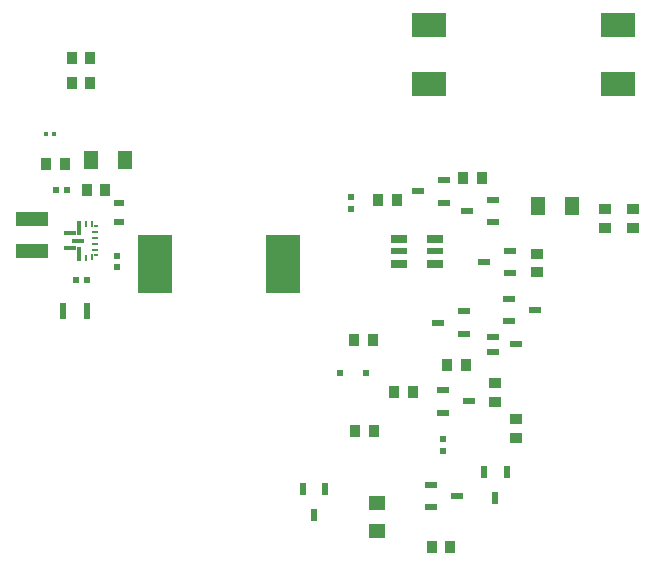
<source format=gbr>
%FSTAX23Y23*%
%MOIN*%
%SFA1B1*%

%IPPOS*%
%ADD10R,0.035430X0.039370*%
%ADD11R,0.041340X0.023620*%
%ADD12R,0.039370X0.035430*%
%ADD13R,0.023620X0.023620*%
%ADD14R,0.023620X0.041340*%
%ADD16R,0.023620X0.024410*%
%ADD17R,0.112210X0.194880*%
%ADD18R,0.019680X0.018700*%
%ADD19R,0.055120X0.045280*%
%ADD20R,0.047240X0.062990*%
%ADD23R,0.057090X0.031500*%
%ADD24R,0.057090X0.023620*%
%ADD25R,0.116140X0.079530*%
%ADD26R,0.039370X0.021650*%
%ADD27R,0.107090X0.048030*%
%ADD28R,0.018110X0.016540*%
%ADD29R,0.017720X0.008860*%
%ADD30R,0.041340X0.015750*%
%ADD31R,0.021650X0.009840*%
%ADD32R,0.009840X0.022640*%
%ADD33R,0.009840X0.021650*%
%ADD34R,0.015750X0.049210*%
%ADD35R,0.039370X0.015750*%
%ADD36R,0.024410X0.023620*%
%ADD37R,0.037010X0.021260*%
%ADD38R,0.024410X0.057870*%
%LNpwr_board_final_paste_top-1*%
%LPD*%
G54D10*
X01829Y0135D03*
X01892D03*
X02008Y00195D03*
X02071D03*
X00858Y01385D03*
X00921D03*
X01754Y0058D03*
X01817D03*
X01749Y00885D03*
X01812D03*
X01884Y0071D03*
X01947D03*
X02113Y01425D03*
X02176D03*
X00871Y01825D03*
X00808D03*
X00871Y0174D03*
X00808D03*
X02059Y008D03*
X02122D03*
X00787Y0147D03*
X00724D03*
G54D11*
X02049Y01342D03*
Y01417D03*
X01962Y0138D03*
X02267Y01022D03*
Y00947D03*
X02354Y00985D03*
X02029Y00942D03*
X02115Y00979D03*
Y00905D03*
X02269Y01107D03*
Y01182D03*
X02182Y01145D03*
X02134Y0068D03*
X02047Y00642D03*
Y00717D03*
X02094Y00365D03*
X02007Y00327D03*
Y00402D03*
X02127Y01315D03*
X02214Y01352D03*
Y01277D03*
G54D12*
X02585Y01321D03*
Y01258D03*
X0268Y01321D03*
Y01258D03*
X0222Y00678D03*
Y00741D03*
X0229Y00621D03*
Y00558D03*
X0236Y01172D03*
Y0111D03*
G54D13*
X01789Y00775D03*
X01702D03*
G54D14*
X02258Y00443D03*
X02183D03*
X0222Y00356D03*
X01653Y00388D03*
X01578D03*
X01615Y00301D03*
G54D16*
X00859Y01085D03*
X00757Y01385D03*
X00794D03*
X00822Y01085D03*
G54D17*
X01087Y01136D03*
X01513D03*
G54D18*
X02045Y00555D03*
Y00514D03*
X0174Y0136D03*
Y01319D03*
G54D19*
X01825Y00248D03*
Y00341D03*
G54D20*
X02362Y0133D03*
X02477D03*
X00872Y01485D03*
X00987D03*
G54D23*
X019Y01221D03*
Y01138D03*
X0202D03*
Y01221D03*
G54D24*
X019Y0118D03*
X0202D03*
G54D25*
X0263Y01736D03*
Y01933D03*
X02Y01736D03*
Y01933D03*
G54D26*
X02288Y0087D03*
X02213Y00844D03*
Y00895D03*
G54D27*
X00675Y01288D03*
Y01181D03*
G54D28*
X00748Y0157D03*
X00722D03*
G54D29*
X00889Y01166D03*
Y01263D03*
G54D30*
X00804Y01189D03*
Y0124D03*
G54D31*
X00887Y01244D03*
Y01224D03*
Y01205D03*
Y01185D03*
G54D32*
X00875Y01159D03*
Y0127D03*
G54D33*
X00855Y01158D03*
Y01271D03*
G54D34*
X00833Y01172D03*
Y01257D03*
G54D35*
X00831Y01215D03*
G54D36*
X0096Y01163D03*
Y01126D03*
G54D37*
X00965Y01341D03*
Y01278D03*
G54D38*
X0086Y0098D03*
X00781D03*
M02*
</source>
